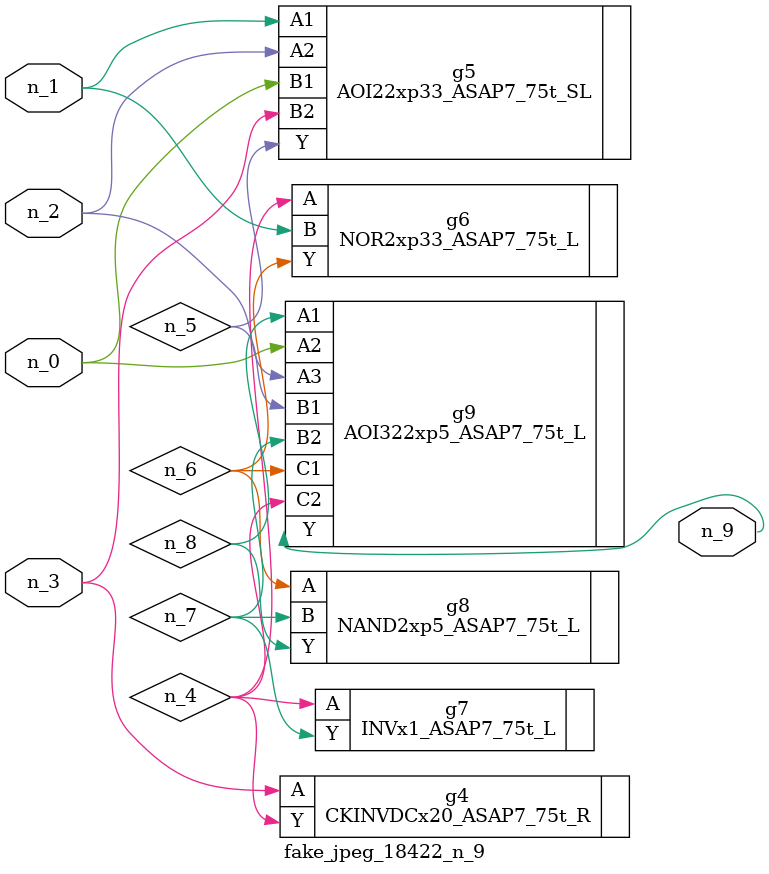
<source format=v>
module fake_jpeg_18422_n_9 (n_0, n_3, n_2, n_1, n_9);

input n_0;
input n_3;
input n_2;
input n_1;

output n_9;

wire n_4;
wire n_8;
wire n_6;
wire n_5;
wire n_7;

CKINVDCx20_ASAP7_75t_R g4 ( 
.A(n_3),
.Y(n_4)
);

AOI22xp33_ASAP7_75t_SL g5 ( 
.A1(n_1),
.A2(n_2),
.B1(n_0),
.B2(n_3),
.Y(n_5)
);

NOR2xp33_ASAP7_75t_L g6 ( 
.A(n_4),
.B(n_1),
.Y(n_6)
);

NAND2xp5_ASAP7_75t_L g8 ( 
.A(n_6),
.B(n_7),
.Y(n_8)
);

INVx1_ASAP7_75t_L g7 ( 
.A(n_4),
.Y(n_7)
);

AOI322xp5_ASAP7_75t_L g9 ( 
.A1(n_8),
.A2(n_0),
.A3(n_2),
.B1(n_5),
.B2(n_7),
.C1(n_6),
.C2(n_4),
.Y(n_9)
);


endmodule
</source>
